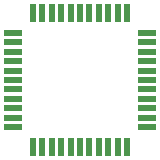
<source format=gbr>
G04 #@! TF.GenerationSoftware,KiCad,Pcbnew,(5.1.10)-1*
G04 #@! TF.CreationDate,2021-12-08T21:24:47+07:00*
G04 #@! TF.ProjectId,32u4mu to 32u4au,33327534-6d75-4207-946f-203332753461,rev?*
G04 #@! TF.SameCoordinates,Original*
G04 #@! TF.FileFunction,Paste,Bot*
G04 #@! TF.FilePolarity,Positive*
%FSLAX46Y46*%
G04 Gerber Fmt 4.6, Leading zero omitted, Abs format (unit mm)*
G04 Created by KiCad (PCBNEW (5.1.10)-1) date 2021-12-08 21:24:47*
%MOMM*%
%LPD*%
G01*
G04 APERTURE LIST*
%ADD10R,1.500000X0.550000*%
%ADD11R,0.550000X1.500000*%
G04 APERTURE END LIST*
D10*
X88756250Y-61943750D03*
X88756250Y-61143750D03*
X88756250Y-60343750D03*
X88756250Y-59543750D03*
X88756250Y-58743750D03*
X88756250Y-57943750D03*
X88756250Y-57143750D03*
X88756250Y-56343750D03*
X88756250Y-55543750D03*
X88756250Y-54743750D03*
X88756250Y-53943750D03*
D11*
X90456250Y-52243750D03*
X91256250Y-52243750D03*
X92056250Y-52243750D03*
X92856250Y-52243750D03*
X93656250Y-52243750D03*
X94456250Y-52243750D03*
X95256250Y-52243750D03*
X96056250Y-52243750D03*
X96856250Y-52243750D03*
X97656250Y-52243750D03*
X98456250Y-52243750D03*
D10*
X100156250Y-53943750D03*
X100156250Y-54743750D03*
X100156250Y-55543750D03*
X100156250Y-56343750D03*
X100156250Y-57143750D03*
X100156250Y-57943750D03*
X100156250Y-58743750D03*
X100156250Y-59543750D03*
X100156250Y-60343750D03*
X100156250Y-61143750D03*
X100156250Y-61943750D03*
D11*
X98456250Y-63643750D03*
X97656250Y-63643750D03*
X96856250Y-63643750D03*
X96056250Y-63643750D03*
X95256250Y-63643750D03*
X94456250Y-63643750D03*
X93656250Y-63643750D03*
X92856250Y-63643750D03*
X92056250Y-63643750D03*
X91256250Y-63643750D03*
X90456250Y-63643750D03*
M02*

</source>
